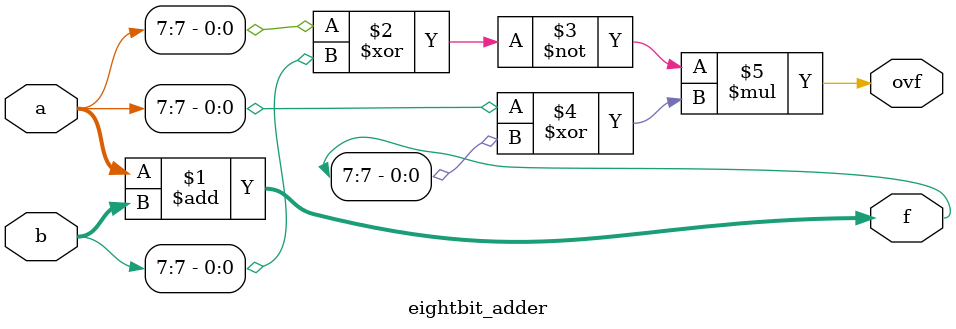
<source format=v>
`timescale 1ns / 1ps


module eightbit_adder(a, b, f, ovf);

    input signed [7:0] a = 8'dX;
    input signed [7:0] b = 8'dX;
    
    wire [2:0] cout;
    wire [2:0] cin;
    
    output signed [7:0] f;
    output ovf;
    
    assign f = a + b;
    //assign {cout, f} = a[7:0] + b[7:0] + cin;
    assign ovf = (~(a[7] ^ b[7])) * (a[7] ^ f[7]);
    
    
     
endmodule


</source>
